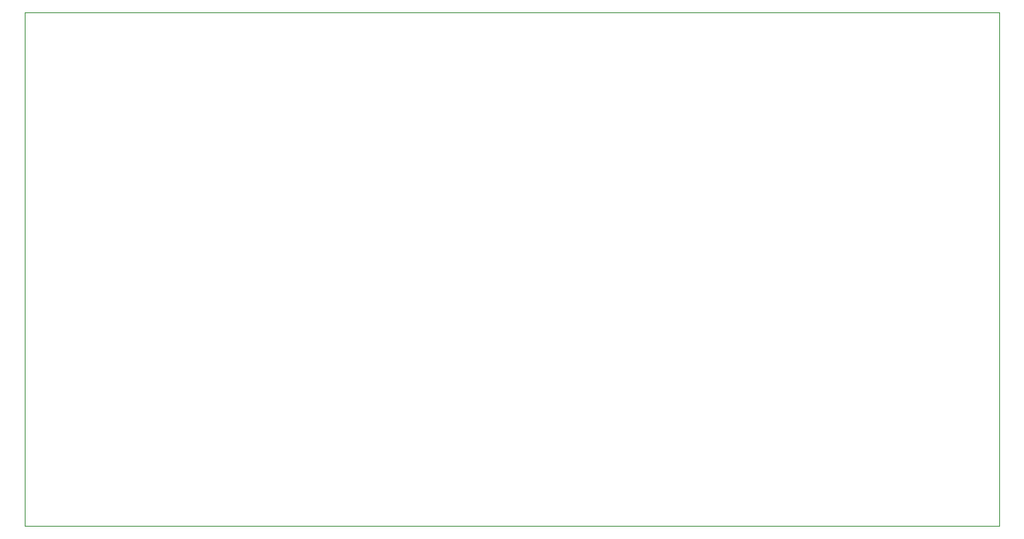
<source format=gbr>
%TF.GenerationSoftware,KiCad,Pcbnew,9.0.5*%
%TF.CreationDate,2025-10-24T01:37:18-04:00*%
%TF.ProjectId,ElectrodeArrayPCB,456c6563-7472-46f6-9465-417272617950,rev?*%
%TF.SameCoordinates,Original*%
%TF.FileFunction,Profile,NP*%
%FSLAX46Y46*%
G04 Gerber Fmt 4.6, Leading zero omitted, Abs format (unit mm)*
G04 Created by KiCad (PCBNEW 9.0.5) date 2025-10-24 01:37:18*
%MOMM*%
%LPD*%
G01*
G04 APERTURE LIST*
%TA.AperFunction,Profile*%
%ADD10C,0.050000*%
%TD*%
G04 APERTURE END LIST*
D10*
X123100000Y-67000000D02*
X123100000Y-123200000D01*
X229800000Y-67000000D02*
X123100000Y-67000000D01*
X229800000Y-123200000D02*
X229800000Y-67000000D01*
X229800000Y-123200000D02*
X123100000Y-123200000D01*
M02*

</source>
